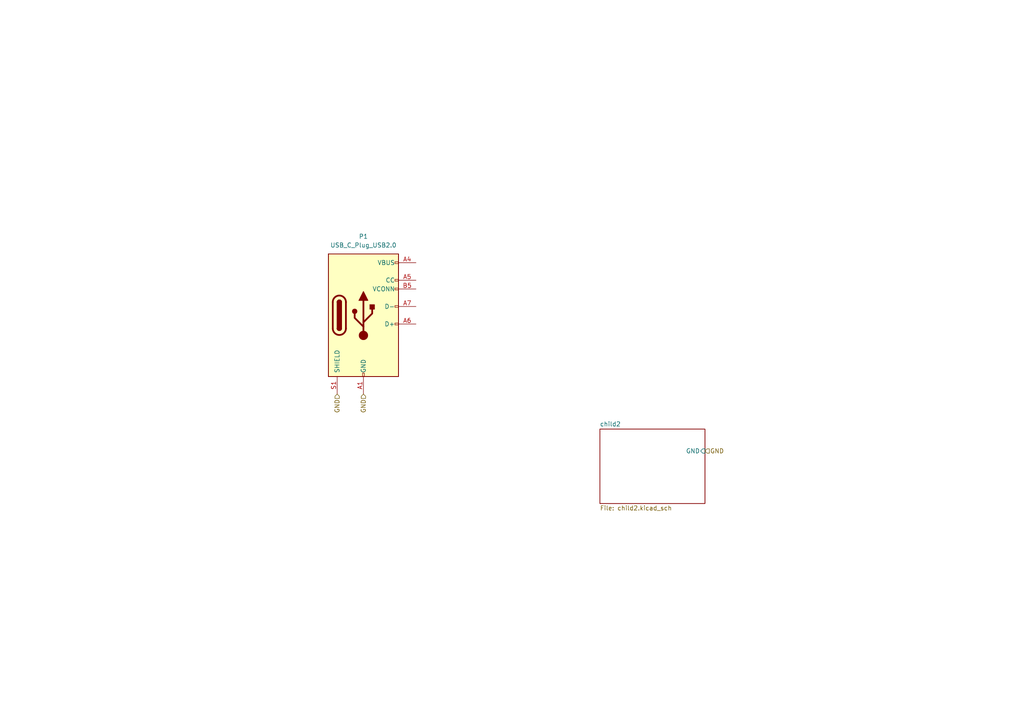
<source format=kicad_sch>
(kicad_sch (version 20250114) (generator "eeschema") (generator_version "9.0")
  (paper "A4")
  (lib_symbols
    (symbol "Connector:USB_C_Plug_USB2.0" (pin_names (offset 1.016))
      (property "Reference" "P" (at -10.16 19.05 0))
      (property "Value" "USB_C_Plug_USB2.0" (at 12.7 19.05 0))
      (symbol "USB_C_Plug_USB2.0_0_0"
        (rectangle (start -0.254 -17.78) (end 0.254 -16.764))
        (rectangle (start 10.16 15.494) (end 9.144 14.986))
        (rectangle (start 10.16 10.414) (end 9.144 9.906))
        (rectangle (start 10.16 7.874) (end 9.144 7.366))
        (rectangle (start 10.16 2.794) (end 9.144 2.286))
        (rectangle (start 10.16 -2.286) (end 9.144 -2.794))
      )
      (symbol "USB_C_Plug_USB2.0_0_1"
        (rectangle (start -10.16 17.78) (end 10.16 -17.78) (stroke (width 0.254)) (fill (type background)))
        (polyline (pts (xy -8.89 -3.81) (xy -8.89 3.81)) (stroke (width 0.508)))
        (rectangle (start -7.62 -3.81) (end -6.35 3.81) (stroke (width 0.254)) (fill (type outline)))
        (arc (start -7.62 3.81) (mid -6.985 4.4423) (end -6.35 3.81) (stroke (width 0.254)))
        (arc (start -7.62 3.81) (mid -6.985 4.4423) (end -6.35 3.81) (stroke (width 0.254)) (fill (type outline)))
        (arc (start -8.89 3.81) (mid -6.985 5.7067) (end -5.08 3.81) (stroke (width 0.508)))
        (arc (start -5.08 -3.81) (mid -6.985 -5.7067) (end -8.89 -3.81) (stroke (width 0.508)))
        (arc (start -6.35 -3.81) (mid -6.985 -4.4423) (end -7.62 -3.81) (stroke (width 0.254)))
        (arc (start -6.35 -3.81) (mid -6.985 -4.4423) (end -7.62 -3.81) (stroke (width 0.254)) (fill (type outline)))
        (polyline (pts (xy -5.08 3.81) (xy -5.08 -3.81)) (stroke (width 0.508)))
        (circle (center -2.54 1.143) (radius 0.635) (stroke (width 0.254)) (fill (type outline)))
        (polyline (pts (xy -1.27 4.318) (xy 0 6.858) (xy 1.27 4.318) (xy -1.27 4.318)) (stroke (width 0.254)) (fill (type outline)))
        (polyline (pts (xy 0 -2.032) (xy 2.54 0.508) (xy 2.54 1.778)) (stroke (width 0.508)))
        (polyline (pts (xy 0 -3.302) (xy -2.54 -0.762) (xy -2.54 0.508)) (stroke (width 0.508)))
        (polyline (pts (xy 0 -5.842) (xy 0 4.318)) (stroke (width 0.508)))
        (circle (center 0 -5.842) (radius 1.27) (fill (type outline)))
        (rectangle (start 1.905 1.778) (end 3.175 3.048) (stroke (width 0.254)) (fill (type outline)))
      )
      (symbol "USB_C_Plug_USB2.0_1_1"
        (pin passive line (at -7.62 -22.86 90) (length 5.08) (name "SHIELD") (number "S1"))
        (pin passive line (at 0 -22.86 90) (length 5.08) (name "GND") (number "A1"))
        (pin passive line (at 0 -22.86 90) (length 5.08) (hide yes) (name "GND") (number "A12"))
        (pin passive line (at 0 -22.86 90) (length 5.08) (hide yes) (name "GND") (number "B1"))
        (pin passive line (at 0 -22.86 90) (length 5.08) (hide yes) (name "GND") (number "B12"))
        (pin passive line (at 15.24 15.24 180) (length 5.08) (name "VBUS") (number "A4"))
        (pin passive line (at 15.24 15.24 180) (length 5.08) (hide yes) (name "VBUS") (number "A9"))
        (pin passive line (at 15.24 15.24 180) (length 5.08) (hide yes) (name "VBUS") (number "B4"))
        (pin passive line (at 15.24 15.24 180) (length 5.08) (hide yes) (name "VBUS") (number "B9"))
        (pin bidirectional line (at 15.24 10.16 180) (length 5.08) (name "CC") (number "A5"))
        (pin bidirectional line (at 15.24 7.62 180) (length 5.08) (name "VCONN") (number "B5"))
        (pin bidirectional line (at 15.24 2.54 180) (length 5.08) (name "D-") (number "A7"))
        (pin bidirectional line (at 15.24 -2.54 180) (length 5.08) (name "D+") (number "A6"))
      )
    )
  )
  (hierarchical_label "GND" (shape input) (at 97.79 114.3 270))
  (hierarchical_label "GND" (shape input) (at 204.47 130.81 0))
  (hierarchical_label "GND" (shape input) (at 105.41 114.3 270))
  (symbol (lib_id "Connector:USB_C_Plug_USB2.0") (at 105.41 91.44 0) (unit 1)
    (property "Reference" "P1" (at 105.41 68.58 0))
    (property "Value" "USB_C_Plug_USB2.0" (at 105.41 71.12 0))
    (property "Datasheet" "https://www.usb.org/sites/default/files/documents/usb_type-c.zip" (effects (hide yes)))
    (property "Description" "USB 2.0-only Type-C Plug connector" (effects (hide yes)))
  )
  (sheet (at 173.99 124.46) (size 30.48 21.59) (stroke (width 0.1524))
    (property "Sheetname" "child2" (at 173.99 123.7484 0) (effects (justify left bottom)))
    (property "Sheetfile" "child2.kicad_sch" (at 173.99 146.6346 0) (effects (justify left top)))
    (pin "GND" input (at 204.47 130.81 0))
  )
)
</source>
